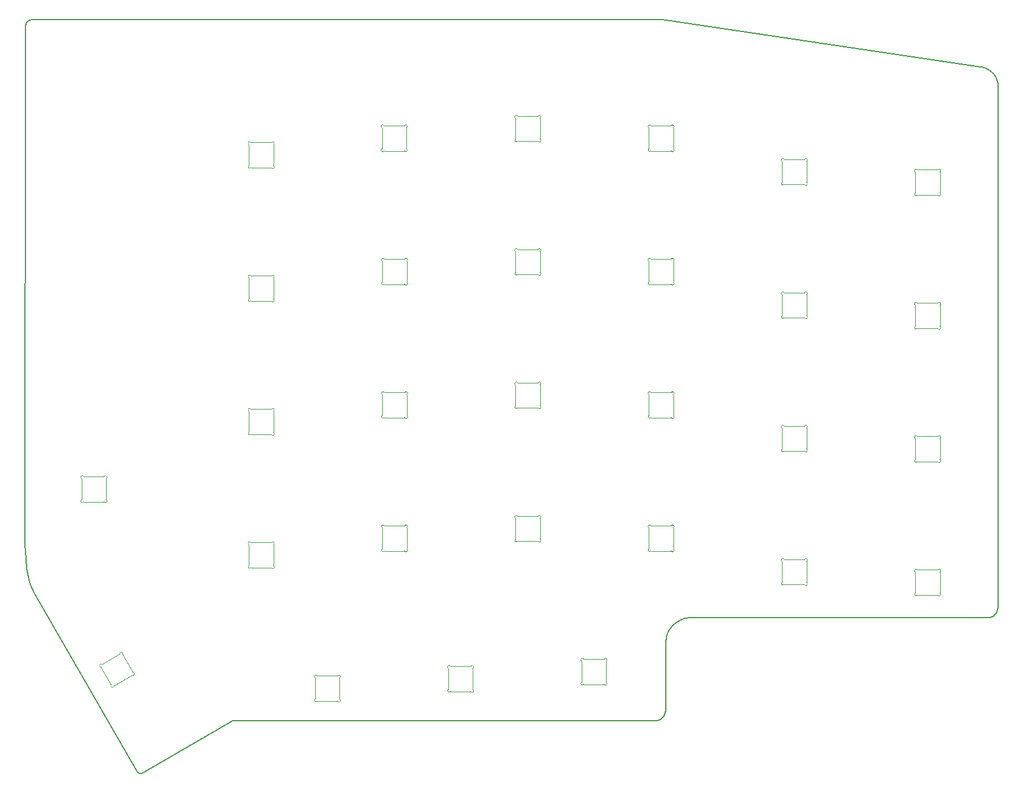
<source format=gbr>
G04 #@! TF.GenerationSoftware,KiCad,Pcbnew,(5.1.9)-1*
G04 #@! TF.CreationDate,2021-02-12T09:18:19+01:00*
G04 #@! TF.ProjectId,Lotus58_Glow,4c6f7475-7335-4385-9f47-6c6f772e6b69,0.95*
G04 #@! TF.SameCoordinates,Original*
G04 #@! TF.FileFunction,Profile,NP*
%FSLAX46Y46*%
G04 Gerber Fmt 4.6, Leading zero omitted, Abs format (unit mm)*
G04 Created by KiCad (PCBNEW (5.1.9)-1) date 2021-02-12 09:18:19*
%MOMM*%
%LPD*%
G01*
G04 APERTURE LIST*
G04 #@! TA.AperFunction,Profile*
%ADD10C,0.200000*%
G04 #@! TD*
G04 #@! TA.AperFunction,Profile*
%ADD11C,0.050000*%
G04 #@! TD*
G04 APERTURE END LIST*
D10*
X80708500Y-111823500D02*
X80772000Y-112649000D01*
X80772000Y-112649000D02*
X80899000Y-114109500D01*
X97594758Y-143271756D02*
X110319820Y-135905240D01*
X218511891Y-42966390D02*
X217795520Y-42621355D01*
X219501720Y-44145200D02*
X219704920Y-44856400D01*
X219133420Y-43510200D02*
X219501720Y-44145200D01*
X175719348Y-121193595D02*
X218180920Y-121193560D01*
X175013524Y-121264638D02*
X175719348Y-121193595D01*
X174356326Y-121468421D02*
X175013524Y-121264638D01*
X173761773Y-121790925D02*
X174356326Y-121468421D01*
X173243884Y-122218131D02*
X173761773Y-121790925D01*
X172816678Y-122736020D02*
X173243884Y-122218131D01*
X172494174Y-123330573D02*
X172816678Y-122736020D01*
X172290391Y-123987771D02*
X172494174Y-123330573D01*
X172194220Y-124696220D02*
X172290391Y-123987771D01*
X217795520Y-42621355D02*
X171704000Y-35687000D01*
X171532040Y-135649242D02*
X171277232Y-135787458D01*
X171753993Y-135466153D02*
X171532040Y-135649242D01*
X171937081Y-135244201D02*
X171753993Y-135466153D01*
X172075297Y-134989392D02*
X171937081Y-135244201D01*
X172162633Y-134707736D02*
X172075297Y-134989392D01*
X172193080Y-134427634D02*
X172162633Y-134707736D01*
X219704920Y-44856400D02*
X219704920Y-119684800D01*
X81163697Y-35869721D02*
X81342063Y-35772970D01*
X81008330Y-35997883D02*
X81163697Y-35869721D01*
X80880169Y-36153249D02*
X81008330Y-35997883D01*
X80783417Y-36331615D02*
X80880169Y-36153249D01*
X80722283Y-36528775D02*
X80783417Y-36331615D01*
X80700300Y-36744400D02*
X80722283Y-36528775D01*
X81539222Y-35711835D02*
X81754400Y-35690300D01*
X81342063Y-35772970D02*
X81539222Y-35711835D01*
X171704000Y-35687000D02*
X81754400Y-35690300D01*
X80645000Y-110617000D02*
X80700300Y-36744400D01*
X81419700Y-116395500D02*
X81978500Y-117665500D01*
X81153000Y-115379500D02*
X81419700Y-116395500D01*
X80645000Y-110617000D02*
X80708500Y-111823500D01*
X97426864Y-143357278D02*
X97594758Y-143271756D01*
X97268206Y-143404468D02*
X97426864Y-143357278D01*
X97119252Y-143413974D02*
X97268206Y-143404468D01*
X96980470Y-143386445D02*
X97119252Y-143413974D01*
X96852328Y-143322532D02*
X96980470Y-143386445D01*
X96735295Y-143222884D02*
X96852328Y-143322532D01*
X96629837Y-143088150D02*
X96735295Y-143222884D01*
X81978500Y-117665500D02*
X96629837Y-143088150D01*
X80899000Y-114109500D02*
X81153000Y-115379500D01*
X110319820Y-135905240D02*
X170693080Y-135905240D01*
X172194220Y-124696220D02*
X172193080Y-134427634D01*
X170995576Y-135874793D02*
X170693080Y-135905240D01*
X171277232Y-135787458D02*
X170995576Y-135874793D01*
X219133420Y-43510200D02*
X218511891Y-42966390D01*
X218500315Y-121165688D02*
X218180920Y-121193560D01*
X218781972Y-121078352D02*
X218500315Y-121165688D01*
X219036780Y-120940136D02*
X218781972Y-121078352D01*
X219258732Y-120757048D02*
X219036780Y-120940136D01*
X219441821Y-120535096D02*
X219258732Y-120757048D01*
X219580037Y-120280287D02*
X219441821Y-120535096D01*
X219667372Y-119998631D02*
X219580037Y-120280287D01*
X219704920Y-119684800D02*
X219667372Y-119998631D01*
D11*
X135149731Y-51196441D02*
X135149612Y-54184050D01*
X131650000Y-51200000D02*
X131649170Y-54174748D01*
X134850000Y-50877909D02*
X131953803Y-50877909D01*
X131970000Y-54480000D02*
X134870000Y-54480000D01*
X135149612Y-54184050D02*
G75*
G02*
X134870000Y-54480000I-99612J-185950D01*
G01*
X131649170Y-54174748D02*
G75*
G03*
X131970000Y-54480000I100830J-215252D01*
G01*
X131953803Y-50877909D02*
G75*
G03*
X131650000Y-51200000I-203803J-112091D01*
G01*
X135149731Y-51196441D02*
G75*
G03*
X134850000Y-50877909I-99731J206441D01*
G01*
X160200269Y-127396441D02*
X160200388Y-130384050D01*
X163700000Y-127400000D02*
X163700830Y-130374748D01*
X160500000Y-127077909D02*
X163396197Y-127077909D01*
X163380000Y-130680000D02*
X160480000Y-130680000D01*
X160200388Y-130384050D02*
G75*
G03*
X160480000Y-130680000I99612J-185950D01*
G01*
X163700830Y-130374748D02*
G75*
G02*
X163380000Y-130680000I-100830J-215252D01*
G01*
X163396197Y-127077909D02*
G75*
G02*
X163700000Y-127400000I203803J-112091D01*
G01*
X160200269Y-127396441D02*
G75*
G02*
X160500000Y-127077909I99731J206441D01*
G01*
X141147969Y-128424741D02*
X141148088Y-131412350D01*
X144647700Y-128428300D02*
X144648530Y-131403048D01*
X141447700Y-128106209D02*
X144343897Y-128106209D01*
X144327700Y-131708300D02*
X141427700Y-131708300D01*
X141148088Y-131412350D02*
G75*
G03*
X141427700Y-131708300I99612J-185950D01*
G01*
X144648530Y-131403048D02*
G75*
G02*
X144327700Y-131708300I-100830J-215252D01*
G01*
X144343897Y-128106209D02*
G75*
G02*
X144647700Y-128428300I203803J-112091D01*
G01*
X141147969Y-128424741D02*
G75*
G02*
X141447700Y-128106209I99731J206441D01*
G01*
X122100269Y-129796441D02*
X122100388Y-132784050D01*
X125600000Y-129800000D02*
X125600830Y-132774748D01*
X122400000Y-129477909D02*
X125296197Y-129477909D01*
X125280000Y-133080000D02*
X122380000Y-133080000D01*
X122100388Y-132784050D02*
G75*
G03*
X122380000Y-133080000I99612J-185950D01*
G01*
X125600830Y-132774748D02*
G75*
G02*
X125280000Y-133080000I-100830J-215252D01*
G01*
X125296197Y-129477909D02*
G75*
G02*
X125600000Y-129800000I203803J-112091D01*
G01*
X122100269Y-129796441D02*
G75*
G02*
X122400000Y-129477909I99731J206441D01*
G01*
X94181525Y-126330408D02*
X91594239Y-127824316D01*
X95928309Y-129363043D02*
X93352516Y-130851136D01*
X94607248Y-126430717D02*
X96055346Y-128938897D01*
X92927745Y-130725915D02*
X91477745Y-128214442D01*
X91594240Y-127824315D02*
G75*
G03*
X91477745Y-128214442I-111232J-179242D01*
G01*
X93352517Y-130851136D02*
G75*
G02*
X92927745Y-130725915I-236829J-20305D01*
G01*
X96055346Y-128938898D02*
G75*
G02*
X95928309Y-129363043I4828J-232543D01*
G01*
X94181524Y-126330408D02*
G75*
G02*
X94607248Y-126430717I228650J16851D01*
G01*
X88725069Y-101322941D02*
X88725188Y-104310550D01*
X92224800Y-101326500D02*
X92225630Y-104301248D01*
X89024800Y-101004409D02*
X91920997Y-101004409D01*
X91904800Y-104606500D02*
X89004800Y-104606500D01*
X88725188Y-104310550D02*
G75*
G03*
X89004800Y-104606500I99612J-185950D01*
G01*
X92225630Y-104301248D02*
G75*
G02*
X91904800Y-104606500I-100830J-215252D01*
G01*
X91920997Y-101004409D02*
G75*
G02*
X92224800Y-101326500I203803J-112091D01*
G01*
X88725069Y-101322941D02*
G75*
G02*
X89024800Y-101004409I99731J206441D01*
G01*
X207900269Y-114646441D02*
X207900388Y-117634050D01*
X211400000Y-114650000D02*
X211400830Y-117624748D01*
X208200000Y-114327909D02*
X211096197Y-114327909D01*
X211080000Y-117930000D02*
X208180000Y-117930000D01*
X207900388Y-117634050D02*
G75*
G03*
X208180000Y-117930000I99612J-185950D01*
G01*
X211400830Y-117624748D02*
G75*
G02*
X211080000Y-117930000I-100830J-215252D01*
G01*
X211096197Y-114327909D02*
G75*
G02*
X211400000Y-114650000I203803J-112091D01*
G01*
X207900269Y-114646441D02*
G75*
G02*
X208200000Y-114327909I99731J206441D01*
G01*
X188850269Y-113146441D02*
X188850388Y-116134050D01*
X192350000Y-113150000D02*
X192350830Y-116124748D01*
X189150000Y-112827909D02*
X192046197Y-112827909D01*
X192030000Y-116430000D02*
X189130000Y-116430000D01*
X188850388Y-116134050D02*
G75*
G03*
X189130000Y-116430000I99612J-185950D01*
G01*
X192350830Y-116124748D02*
G75*
G02*
X192030000Y-116430000I-100830J-215252D01*
G01*
X192046197Y-112827909D02*
G75*
G02*
X192350000Y-113150000I203803J-112091D01*
G01*
X188850269Y-113146441D02*
G75*
G02*
X189150000Y-112827909I99731J206441D01*
G01*
X169800269Y-108346441D02*
X169800388Y-111334050D01*
X173300000Y-108350000D02*
X173300830Y-111324748D01*
X170100000Y-108027909D02*
X172996197Y-108027909D01*
X172980000Y-111630000D02*
X170080000Y-111630000D01*
X169800388Y-111334050D02*
G75*
G03*
X170080000Y-111630000I99612J-185950D01*
G01*
X173300830Y-111324748D02*
G75*
G02*
X172980000Y-111630000I-100830J-215252D01*
G01*
X172996197Y-108027909D02*
G75*
G02*
X173300000Y-108350000I203803J-112091D01*
G01*
X169800269Y-108346441D02*
G75*
G02*
X170100000Y-108027909I99731J206441D01*
G01*
X150750269Y-106956441D02*
X150750388Y-109944050D01*
X154250000Y-106960000D02*
X154250830Y-109934748D01*
X151050000Y-106637909D02*
X153946197Y-106637909D01*
X153930000Y-110240000D02*
X151030000Y-110240000D01*
X150750388Y-109944050D02*
G75*
G03*
X151030000Y-110240000I99612J-185950D01*
G01*
X154250830Y-109934748D02*
G75*
G02*
X153930000Y-110240000I-100830J-215252D01*
G01*
X153946197Y-106637909D02*
G75*
G02*
X154250000Y-106960000I203803J-112091D01*
G01*
X150750269Y-106956441D02*
G75*
G02*
X151050000Y-106637909I99731J206441D01*
G01*
X131700269Y-108346441D02*
X131700388Y-111334050D01*
X135200000Y-108350000D02*
X135200830Y-111324748D01*
X132000000Y-108027909D02*
X134896197Y-108027909D01*
X134880000Y-111630000D02*
X131980000Y-111630000D01*
X131700388Y-111334050D02*
G75*
G03*
X131980000Y-111630000I99612J-185950D01*
G01*
X135200830Y-111324748D02*
G75*
G02*
X134880000Y-111630000I-100830J-215252D01*
G01*
X134896197Y-108027909D02*
G75*
G02*
X135200000Y-108350000I203803J-112091D01*
G01*
X131700269Y-108346441D02*
G75*
G02*
X132000000Y-108027909I99731J206441D01*
G01*
X112650269Y-110746441D02*
X112650388Y-113734050D01*
X116150000Y-110750000D02*
X116150830Y-113724748D01*
X112950000Y-110427909D02*
X115846197Y-110427909D01*
X115830000Y-114030000D02*
X112930000Y-114030000D01*
X112650388Y-113734050D02*
G75*
G03*
X112930000Y-114030000I99612J-185950D01*
G01*
X116150830Y-113724748D02*
G75*
G02*
X115830000Y-114030000I-100830J-215252D01*
G01*
X115846197Y-110427909D02*
G75*
G02*
X116150000Y-110750000I203803J-112091D01*
G01*
X112650269Y-110746441D02*
G75*
G02*
X112950000Y-110427909I99731J206441D01*
G01*
X207900269Y-95596441D02*
X207900388Y-98584050D01*
X211400000Y-95600000D02*
X211400830Y-98574748D01*
X208200000Y-95277909D02*
X211096197Y-95277909D01*
X211080000Y-98880000D02*
X208180000Y-98880000D01*
X207900388Y-98584050D02*
G75*
G03*
X208180000Y-98880000I99612J-185950D01*
G01*
X211400830Y-98574748D02*
G75*
G02*
X211080000Y-98880000I-100830J-215252D01*
G01*
X211096197Y-95277909D02*
G75*
G02*
X211400000Y-95600000I203803J-112091D01*
G01*
X207900269Y-95596441D02*
G75*
G02*
X208200000Y-95277909I99731J206441D01*
G01*
X188850269Y-94096441D02*
X188850388Y-97084050D01*
X192350000Y-94100000D02*
X192350830Y-97074748D01*
X189150000Y-93777909D02*
X192046197Y-93777909D01*
X192030000Y-97380000D02*
X189130000Y-97380000D01*
X188850388Y-97084050D02*
G75*
G03*
X189130000Y-97380000I99612J-185950D01*
G01*
X192350830Y-97074748D02*
G75*
G02*
X192030000Y-97380000I-100830J-215252D01*
G01*
X192046197Y-93777909D02*
G75*
G02*
X192350000Y-94100000I203803J-112091D01*
G01*
X188850269Y-94096441D02*
G75*
G02*
X189150000Y-93777909I99731J206441D01*
G01*
X169800269Y-89296441D02*
X169800388Y-92284050D01*
X173300000Y-89300000D02*
X173300830Y-92274748D01*
X170100000Y-88977909D02*
X172996197Y-88977909D01*
X172980000Y-92580000D02*
X170080000Y-92580000D01*
X169800388Y-92284050D02*
G75*
G03*
X170080000Y-92580000I99612J-185950D01*
G01*
X173300830Y-92274748D02*
G75*
G02*
X172980000Y-92580000I-100830J-215252D01*
G01*
X172996197Y-88977909D02*
G75*
G02*
X173300000Y-89300000I203803J-112091D01*
G01*
X169800269Y-89296441D02*
G75*
G02*
X170100000Y-88977909I99731J206441D01*
G01*
X150750269Y-87906441D02*
X150750388Y-90894050D01*
X154250000Y-87910000D02*
X154250830Y-90884748D01*
X151050000Y-87587909D02*
X153946197Y-87587909D01*
X153930000Y-91190000D02*
X151030000Y-91190000D01*
X150750388Y-90894050D02*
G75*
G03*
X151030000Y-91190000I99612J-185950D01*
G01*
X154250830Y-90884748D02*
G75*
G02*
X153930000Y-91190000I-100830J-215252D01*
G01*
X153946197Y-87587909D02*
G75*
G02*
X154250000Y-87910000I203803J-112091D01*
G01*
X150750269Y-87906441D02*
G75*
G02*
X151050000Y-87587909I99731J206441D01*
G01*
X131700269Y-89296441D02*
X131700388Y-92284050D01*
X135200000Y-89300000D02*
X135200830Y-92274748D01*
X132000000Y-88977909D02*
X134896197Y-88977909D01*
X134880000Y-92580000D02*
X131980000Y-92580000D01*
X131700388Y-92284050D02*
G75*
G03*
X131980000Y-92580000I99612J-185950D01*
G01*
X135200830Y-92274748D02*
G75*
G02*
X134880000Y-92580000I-100830J-215252D01*
G01*
X134896197Y-88977909D02*
G75*
G02*
X135200000Y-89300000I203803J-112091D01*
G01*
X131700269Y-89296441D02*
G75*
G02*
X132000000Y-88977909I99731J206441D01*
G01*
X112650269Y-91696441D02*
X112650388Y-94684050D01*
X116150000Y-91700000D02*
X116150830Y-94674748D01*
X112950000Y-91377909D02*
X115846197Y-91377909D01*
X115830000Y-94980000D02*
X112930000Y-94980000D01*
X112650388Y-94684050D02*
G75*
G03*
X112930000Y-94980000I99612J-185950D01*
G01*
X116150830Y-94674748D02*
G75*
G02*
X115830000Y-94980000I-100830J-215252D01*
G01*
X115846197Y-91377909D02*
G75*
G02*
X116150000Y-91700000I203803J-112091D01*
G01*
X112650269Y-91696441D02*
G75*
G02*
X112950000Y-91377909I99731J206441D01*
G01*
X207900269Y-76546441D02*
X207900388Y-79534050D01*
X211400000Y-76550000D02*
X211400830Y-79524748D01*
X208200000Y-76227909D02*
X211096197Y-76227909D01*
X211080000Y-79830000D02*
X208180000Y-79830000D01*
X207900388Y-79534050D02*
G75*
G03*
X208180000Y-79830000I99612J-185950D01*
G01*
X211400830Y-79524748D02*
G75*
G02*
X211080000Y-79830000I-100830J-215252D01*
G01*
X211096197Y-76227909D02*
G75*
G02*
X211400000Y-76550000I203803J-112091D01*
G01*
X207900269Y-76546441D02*
G75*
G02*
X208200000Y-76227909I99731J206441D01*
G01*
X188850269Y-75046441D02*
X188850388Y-78034050D01*
X192350000Y-75050000D02*
X192350830Y-78024748D01*
X189150000Y-74727909D02*
X192046197Y-74727909D01*
X192030000Y-78330000D02*
X189130000Y-78330000D01*
X188850388Y-78034050D02*
G75*
G03*
X189130000Y-78330000I99612J-185950D01*
G01*
X192350830Y-78024748D02*
G75*
G02*
X192030000Y-78330000I-100830J-215252D01*
G01*
X192046197Y-74727909D02*
G75*
G02*
X192350000Y-75050000I203803J-112091D01*
G01*
X188850269Y-75046441D02*
G75*
G02*
X189150000Y-74727909I99731J206441D01*
G01*
X169800269Y-70246441D02*
X169800388Y-73234050D01*
X173300000Y-70250000D02*
X173300830Y-73224748D01*
X170100000Y-69927909D02*
X172996197Y-69927909D01*
X172980000Y-73530000D02*
X170080000Y-73530000D01*
X169800388Y-73234050D02*
G75*
G03*
X170080000Y-73530000I99612J-185950D01*
G01*
X173300830Y-73224748D02*
G75*
G02*
X172980000Y-73530000I-100830J-215252D01*
G01*
X172996197Y-69927909D02*
G75*
G02*
X173300000Y-70250000I203803J-112091D01*
G01*
X169800269Y-70246441D02*
G75*
G02*
X170100000Y-69927909I99731J206441D01*
G01*
X150750269Y-68856441D02*
X150750388Y-71844050D01*
X154250000Y-68860000D02*
X154250830Y-71834748D01*
X151050000Y-68537909D02*
X153946197Y-68537909D01*
X153930000Y-72140000D02*
X151030000Y-72140000D01*
X150750388Y-71844050D02*
G75*
G03*
X151030000Y-72140000I99612J-185950D01*
G01*
X154250830Y-71834748D02*
G75*
G02*
X153930000Y-72140000I-100830J-215252D01*
G01*
X153946197Y-68537909D02*
G75*
G02*
X154250000Y-68860000I203803J-112091D01*
G01*
X150750269Y-68856441D02*
G75*
G02*
X151050000Y-68537909I99731J206441D01*
G01*
X131700269Y-70246441D02*
X131700388Y-73234050D01*
X135200000Y-70250000D02*
X135200830Y-73224748D01*
X132000000Y-69927909D02*
X134896197Y-69927909D01*
X134880000Y-73530000D02*
X131980000Y-73530000D01*
X131700388Y-73234050D02*
G75*
G03*
X131980000Y-73530000I99612J-185950D01*
G01*
X135200830Y-73224748D02*
G75*
G02*
X134880000Y-73530000I-100830J-215252D01*
G01*
X134896197Y-69927909D02*
G75*
G02*
X135200000Y-70250000I203803J-112091D01*
G01*
X131700269Y-70246441D02*
G75*
G02*
X132000000Y-69927909I99731J206441D01*
G01*
X112650269Y-72646441D02*
X112650388Y-75634050D01*
X116150000Y-72650000D02*
X116150830Y-75624748D01*
X112950000Y-72327909D02*
X115846197Y-72327909D01*
X115830000Y-75930000D02*
X112930000Y-75930000D01*
X112650388Y-75634050D02*
G75*
G03*
X112930000Y-75930000I99612J-185950D01*
G01*
X116150830Y-75624748D02*
G75*
G02*
X115830000Y-75930000I-100830J-215252D01*
G01*
X115846197Y-72327909D02*
G75*
G02*
X116150000Y-72650000I203803J-112091D01*
G01*
X112650269Y-72646441D02*
G75*
G02*
X112950000Y-72327909I99731J206441D01*
G01*
X207900269Y-57496441D02*
X207900388Y-60484050D01*
X211400000Y-57500000D02*
X211400830Y-60474748D01*
X208200000Y-57177909D02*
X211096197Y-57177909D01*
X211080000Y-60780000D02*
X208180000Y-60780000D01*
X207900388Y-60484050D02*
G75*
G03*
X208180000Y-60780000I99612J-185950D01*
G01*
X211400830Y-60474748D02*
G75*
G02*
X211080000Y-60780000I-100830J-215252D01*
G01*
X211096197Y-57177909D02*
G75*
G02*
X211400000Y-57500000I203803J-112091D01*
G01*
X207900269Y-57496441D02*
G75*
G02*
X208200000Y-57177909I99731J206441D01*
G01*
X188850269Y-55996441D02*
X188850388Y-58984050D01*
X192350000Y-56000000D02*
X192350830Y-58974748D01*
X189150000Y-55677909D02*
X192046197Y-55677909D01*
X192030000Y-59280000D02*
X189130000Y-59280000D01*
X188850388Y-58984050D02*
G75*
G03*
X189130000Y-59280000I99612J-185950D01*
G01*
X192350830Y-58974748D02*
G75*
G02*
X192030000Y-59280000I-100830J-215252D01*
G01*
X192046197Y-55677909D02*
G75*
G02*
X192350000Y-56000000I203803J-112091D01*
G01*
X188850269Y-55996441D02*
G75*
G02*
X189150000Y-55677909I99731J206441D01*
G01*
X169800269Y-51196441D02*
X169800388Y-54184050D01*
X173300000Y-51200000D02*
X173300830Y-54174748D01*
X170100000Y-50877909D02*
X172996197Y-50877909D01*
X172980000Y-54480000D02*
X170080000Y-54480000D01*
X169800388Y-54184050D02*
G75*
G03*
X170080000Y-54480000I99612J-185950D01*
G01*
X173300830Y-54174748D02*
G75*
G02*
X172980000Y-54480000I-100830J-215252D01*
G01*
X172996197Y-50877909D02*
G75*
G02*
X173300000Y-51200000I203803J-112091D01*
G01*
X169800269Y-51196441D02*
G75*
G02*
X170100000Y-50877909I99731J206441D01*
G01*
X150750269Y-49806441D02*
X150750388Y-52794050D01*
X154250000Y-49810000D02*
X154250830Y-52784748D01*
X151050000Y-49487909D02*
X153946197Y-49487909D01*
X153930000Y-53090000D02*
X151030000Y-53090000D01*
X150750388Y-52794050D02*
G75*
G03*
X151030000Y-53090000I99612J-185950D01*
G01*
X154250830Y-52784748D02*
G75*
G02*
X153930000Y-53090000I-100830J-215252D01*
G01*
X153946197Y-49487909D02*
G75*
G02*
X154250000Y-49810000I203803J-112091D01*
G01*
X150750269Y-49806441D02*
G75*
G02*
X151050000Y-49487909I99731J206441D01*
G01*
X112650269Y-53596441D02*
X112650388Y-56584050D01*
X116150000Y-53600000D02*
X116150830Y-56574748D01*
X112950000Y-53277909D02*
X115846197Y-53277909D01*
X115830000Y-56880000D02*
X112930000Y-56880000D01*
X112650388Y-56584050D02*
G75*
G03*
X112930000Y-56880000I99612J-185950D01*
G01*
X116150830Y-56574748D02*
G75*
G02*
X115830000Y-56880000I-100830J-215252D01*
G01*
X115846197Y-53277909D02*
G75*
G02*
X116150000Y-53600000I203803J-112091D01*
G01*
X112650269Y-53596441D02*
G75*
G02*
X112950000Y-53277909I99731J206441D01*
G01*
M02*

</source>
